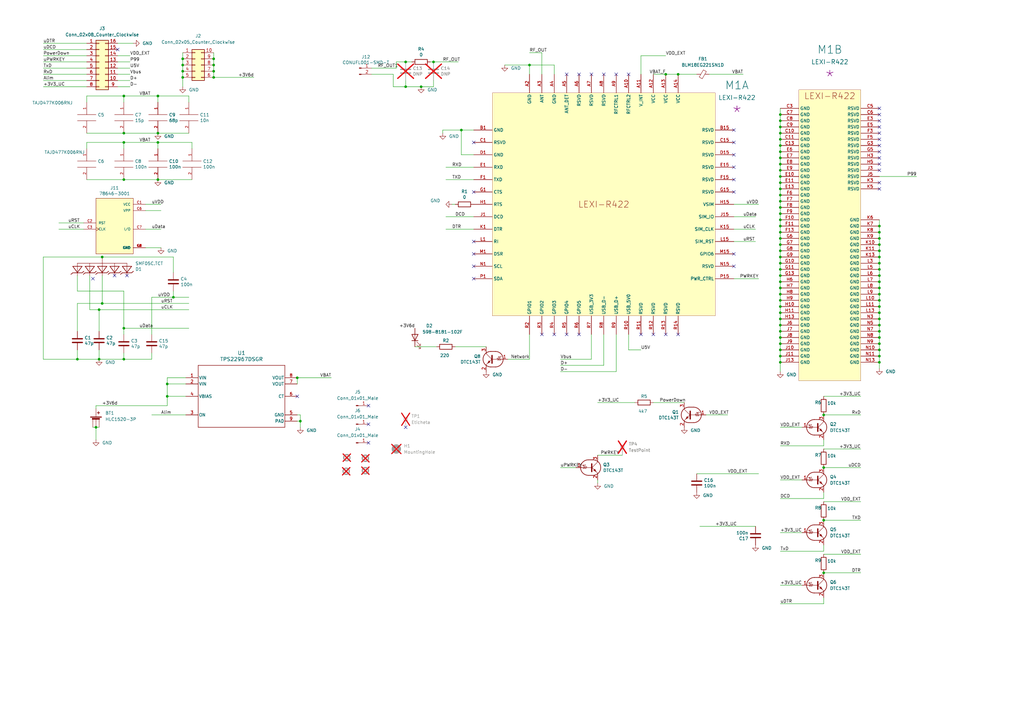
<source format=kicad_sch>
(kicad_sch (version 20231120) (generator "eeschema") (generator_version "8.0")
  (paper "A3")
  (title_block (title "Modem BG95") (rev "4.0") (company "Delta Electronics SRL"))
  (junction (at 320.04 69.85))
  (junction (at 87.63 26.67))
  (junction (at 320.04 123.19))
  (junction (at 68.58 162.56))
  (junction (at 74.93 24.13))
  (junction (at 320.04 87.63))
  (junction (at 320.04 90.17))
  (junction (at 360.68 130.81))
  (junction (at 166.37 25.4))
  (junction (at 64.77 58.42))
  (junction (at 320.04 146.05))
  (junction (at 337.82 234.95))
  (junction (at 121.92 154.94))
  (junction (at 273.05 30.48))
  (junction (at 360.68 107.95))
  (junction (at 360.68 100.33))
  (junction (at 41.91 124.46))
  (junction (at 189.23 53.34))
  (junction (at 320.04 140.97))
  (junction (at 320.04 100.33))
  (junction (at 320.04 130.81))
  (junction (at 320.04 135.89))
  (junction (at 50.8 147.32))
  (junction (at 360.68 128.27))
  (junction (at 74.93 29.21))
  (junction (at 68.58 157.48))
  (junction (at 64.77 73.66))
  (junction (at 320.04 46.99))
  (junction (at 360.68 95.25))
  (junction (at 320.04 64.77))
  (junction (at 360.68 140.97))
  (junction (at 320.04 82.55))
  (junction (at 50.8 54.61))
  (junction (at 360.68 113.03))
  (junction (at 123.19 172.72))
  (junction (at 320.04 49.53))
  (junction (at 71.12 121.92))
  (junction (at 41.91 105.41))
  (junction (at 320.04 105.41))
  (junction (at 360.68 102.87))
  (junction (at 320.04 54.61))
  (junction (at 50.8 58.42))
  (junction (at 360.68 148.59))
  (junction (at 337.82 170.18))
  (junction (at 177.8 25.4))
  (junction (at 320.04 118.11))
  (junction (at 50.8 73.66))
  (junction (at 337.82 191.77))
  (junction (at 320.04 85.09))
  (junction (at 360.68 125.73))
  (junction (at 320.04 57.15))
  (junction (at 74.93 31.75))
  (junction (at 320.04 128.27))
  (junction (at 31.75 147.32))
  (junction (at 320.04 115.57))
  (junction (at 320.04 97.79))
  (junction (at 360.68 110.49))
  (junction (at 172.72 35.56))
  (junction (at 217.17 26.67))
  (junction (at 360.68 135.89))
  (junction (at 320.04 80.01))
  (junction (at 320.04 92.71))
  (junction (at 360.68 118.11))
  (junction (at 87.63 29.21))
  (junction (at 360.68 133.35))
  (junction (at 278.13 30.48))
  (junction (at 87.63 24.13))
  (junction (at 320.04 95.25))
  (junction (at 360.68 115.57))
  (junction (at 320.04 133.35))
  (junction (at 360.68 120.65))
  (junction (at 320.04 59.69))
  (junction (at 320.04 125.73))
  (junction (at 320.04 120.65))
  (junction (at 50.8 39.37))
  (junction (at 360.68 123.19))
  (junction (at 50.8 134.62))
  (junction (at 39.37 175.26))
  (junction (at 337.82 213.36))
  (junction (at 64.77 39.37))
  (junction (at 64.77 54.61))
  (junction (at 320.04 113.03))
  (junction (at 40.64 147.32))
  (junction (at 320.04 62.23))
  (junction (at 360.68 97.79))
  (junction (at 360.68 92.71))
  (junction (at 360.68 143.51))
  (junction (at 320.04 52.07))
  (junction (at 320.04 143.51))
  (junction (at 320.04 77.47))
  (junction (at 320.04 148.59))
  (junction (at 320.04 72.39))
  (junction (at 166.37 35.56))
  (junction (at 40.64 127))
  (junction (at 360.68 146.05))
  (junction (at 320.04 102.87))
  (junction (at 360.68 138.43))
  (junction (at 320.04 74.93))
  (junction (at 74.93 26.67))
  (junction (at 320.04 67.31))
  (junction (at 360.68 105.41))
  (junction (at 320.04 138.43))
  (junction (at 87.63 31.75))
  (junction (at 320.04 110.49))
  (junction (at 320.04 107.95))
  (no_connect (at 151.13 181.61))
  (no_connect (at 52.07 113.03))
  (no_connect (at 300.99 58.42))
  (no_connect (at 194.31 78.74))
  (no_connect (at 360.68 67.31))
  (no_connect (at 151.13 166.37))
  (no_connect (at 262.89 137.16))
  (no_connect (at 48.26 20.32))
  (no_connect (at 222.25 137.16))
  (no_connect (at 252.73 30.48))
  (no_connect (at 194.31 104.14))
  (no_connect (at 300.99 63.5))
  (no_connect (at 360.68 54.61))
  (no_connect (at 237.49 30.48))
  (no_connect (at 121.92 162.56))
  (no_connect (at 360.68 49.53))
  (no_connect (at 194.31 58.42))
  (no_connect (at 242.57 30.48))
  (no_connect (at 300.99 73.66))
  (no_connect (at 273.05 137.16))
  (no_connect (at 360.68 44.45))
  (no_connect (at 166.37 175.26))
  (no_connect (at 360.68 77.47))
  (no_connect (at 46.99 113.03))
  (no_connect (at 300.99 68.58))
  (no_connect (at 257.81 30.48))
  (no_connect (at 360.68 62.23))
  (no_connect (at 300.99 104.14))
  (no_connect (at 232.41 30.48))
  (no_connect (at 278.13 137.16))
  (no_connect (at 300.99 109.22))
  (no_connect (at 360.68 57.15))
  (no_connect (at 360.68 74.93))
  (no_connect (at 267.97 137.16))
  (no_connect (at 360.68 69.85))
  (no_connect (at 38.1 114.3))
  (no_connect (at 194.31 109.22))
  (no_connect (at 227.33 137.16))
  (no_connect (at 300.99 53.34))
  (no_connect (at 360.68 64.77))
  (no_connect (at 247.65 30.48))
  (no_connect (at 360.68 46.99))
  (no_connect (at 360.68 52.07))
  (no_connect (at 194.31 99.06))
  (no_connect (at 360.68 59.69))
  (no_connect (at 237.49 137.16))
  (no_connect (at 300.99 78.74))
  (no_connect (at 194.31 114.3))
  (no_connect (at 232.41 137.16))
  (no_connect (at 151.13 173.99))
  (wire (pts (xy 189.23 53.34) (xy 194.31 53.34)))
  (wire (pts (xy 68.58 157.48) (xy 76.2 157.48)))
  (wire (pts (xy 320.04 115.57) (xy 320.04 118.11)))
  (wire (pts (xy 17.78 27.94) (xy 35.56 27.94)))
  (wire (pts (xy 36.83 113.03) (xy 36.83 127)))
  (wire (pts (xy 320.04 80.01) (xy 320.04 82.55)))
  (wire (pts (xy 48.26 35.56) (xy 53.34 35.56)))
  (wire (pts (xy 162.56 25.4) (xy 162.56 27.94)))
  (wire (pts (xy 360.68 113.03) (xy 360.68 115.57)))
  (wire (pts (xy 320.04 140.97) (xy 320.04 143.51)))
  (wire (pts (xy 229.87 152.4) (xy 252.73 152.4)))
  (wire (pts (xy 320.04 52.07) (xy 320.04 54.61)))
  (wire (pts (xy 320.04 146.05) (xy 320.04 148.59)))
  (wire (pts (xy 121.92 154.94) (xy 135.89 154.94)))
  (wire (pts (xy 172.72 35.56) (xy 177.8 35.56)))
  (wire (pts (xy 360.68 92.71) (xy 360.68 95.25)))
  (wire (pts (xy 245.11 196.85) (xy 245.11 198.12)))
  (wire (pts (xy 35.56 58.42) (xy 50.8 58.42)))
  (wire (pts (xy 68.58 157.48) (xy 68.58 154.94)))
  (wire (pts (xy 360.68 123.19) (xy 360.68 125.73)))
  (wire (pts (xy 320.04 64.77) (xy 320.04 67.31)))
  (wire (pts (xy 177.8 33.02) (xy 177.8 35.56)))
  (wire (pts (xy 337.82 213.36) (xy 353.06 213.36)))
  (wire (pts (xy 40.64 143.51) (xy 40.64 147.32)))
  (wire (pts (xy 320.04 247.65) (xy 337.82 247.65)))
  (wire (pts (xy 360.68 107.95) (xy 360.68 110.49)))
  (wire (pts (xy 50.8 39.37) (xy 64.77 39.37)))
  (wire (pts (xy 337.82 201.93) (xy 337.82 204.47)))
  (wire (pts (xy 229.87 149.86) (xy 247.65 149.86)))
  (wire (pts (xy 222.25 30.48) (xy 222.25 21.59)))
  (wire (pts (xy 31.75 147.32) (xy 40.64 147.32)))
  (wire (pts (xy 320.04 218.44) (xy 328.93 218.44)))
  (wire (pts (xy 300.99 99.06) (xy 309.88 99.06)))
  (wire (pts (xy 360.68 72.39) (xy 375.92 72.39)))
  (wire (pts (xy 337.82 223.52) (xy 337.82 226.06)))
  (wire (pts (xy 121.92 172.72) (xy 123.19 172.72)))
  (wire (pts (xy 17.78 147.32) (xy 31.75 147.32)))
  (wire (pts (xy 31.75 143.51) (xy 31.75 147.32)))
  (wire (pts (xy 194.31 93.98) (xy 182.88 93.98)))
  (wire (pts (xy 62.23 137.16) (xy 62.23 121.92)))
  (wire (pts (xy 161.29 35.56) (xy 166.37 35.56)))
  (wire (pts (xy 68.58 154.94) (xy 76.2 154.94)))
  (wire (pts (xy 87.63 24.13) (xy 87.63 26.67)))
  (wire (pts (xy 59.69 86.36) (xy 66.04 86.36)))
  (wire (pts (xy 257.81 137.16) (xy 257.81 143.51)))
  (wire (pts (xy 298.45 170.18) (xy 289.56 170.18)))
  (wire (pts (xy 337.82 184.15) (xy 353.06 184.15)))
  (wire (pts (xy 337.82 245.11) (xy 337.82 247.65)))
  (wire (pts (xy 320.04 226.06) (xy 337.82 226.06)))
  (wire (pts (xy 320.04 54.61) (xy 320.04 57.15)))
  (wire (pts (xy 40.64 127) (xy 77.47 127)))
  (wire (pts (xy 39.37 166.37) (xy 68.58 166.37)))
  (wire (pts (xy 320.04 130.81) (xy 320.04 133.35)))
  (wire (pts (xy 17.78 25.4) (xy 35.56 25.4)))
  (wire (pts (xy 50.8 41.91) (xy 50.8 39.37)))
  (wire (pts (xy 35.56 54.61) (xy 50.8 54.61)))
  (wire (pts (xy 181.61 53.34) (xy 189.23 53.34)))
  (wire (pts (xy 71.12 121.92) (xy 77.47 121.92)))
  (wire (pts (xy 337.82 180.34) (xy 337.82 182.88)))
  (wire (pts (xy 217.17 26.67) (xy 217.17 30.48)))
  (wire (pts (xy 48.26 22.86) (xy 53.34 22.86)))
  (wire (pts (xy 320.04 133.35) (xy 320.04 135.89)))
  (wire (pts (xy 320.04 128.27) (xy 320.04 130.81)))
  (wire (pts (xy 121.92 154.94) (xy 121.92 157.48)))
  (wire (pts (xy 39.37 180.34) (xy 39.37 175.26)))
  (wire (pts (xy 31.75 124.46) (xy 31.75 135.89)))
  (wire (pts (xy 290.83 30.48) (xy 304.8 30.48)))
  (wire (pts (xy 217.17 137.16) (xy 217.17 147.32)))
  (wire (pts (xy 123.19 175.26) (xy 123.19 172.72)))
  (wire (pts (xy 87.63 21.59) (xy 87.63 24.13)))
  (wire (pts (xy 320.04 46.99) (xy 320.04 49.53)))
  (wire (pts (xy 320.04 49.53) (xy 320.04 52.07)))
  (wire (pts (xy 320.04 44.45) (xy 320.04 46.99)))
  (wire (pts (xy 320.04 143.51) (xy 320.04 146.05)))
  (wire (pts (xy 185.42 83.82) (xy 186.69 83.82)))
  (wire (pts (xy 227.33 30.48) (xy 227.33 26.67)))
  (wire (pts (xy 360.68 130.81) (xy 360.68 133.35)))
  (wire (pts (xy 64.77 58.42) (xy 78.74 58.42)))
  (wire (pts (xy 77.47 39.37) (xy 77.47 41.91)))
  (wire (pts (xy 252.73 152.4) (xy 252.73 137.16)))
  (wire (pts (xy 320.04 182.88) (xy 337.82 182.88)))
  (wire (pts (xy 229.87 147.32) (xy 242.57 147.32)))
  (wire (pts (xy 320.04 148.59) (xy 320.04 152.4)))
  (wire (pts (xy 17.78 30.48) (xy 35.56 30.48)))
  (wire (pts (xy 280.67 165.1) (xy 267.97 165.1)))
  (wire (pts (xy 320.04 95.25) (xy 320.04 97.79)))
  (wire (pts (xy 76.2 170.18) (xy 62.23 170.18)))
  (wire (pts (xy 35.56 60.96) (xy 35.56 58.42)))
  (wire (pts (xy 59.69 93.98) (xy 66.04 93.98)))
  (wire (pts (xy 35.56 39.37) (xy 50.8 39.37)))
  (wire (pts (xy 35.56 73.66) (xy 50.8 73.66)))
  (wire (pts (xy 123.19 172.72) (xy 123.19 170.18)))
  (wire (pts (xy 320.04 97.79) (xy 320.04 100.33)))
  (wire (pts (xy 48.26 25.4) (xy 53.34 25.4)))
  (wire (pts (xy 217.17 26.67) (xy 207.01 26.67)))
  (wire (pts (xy 360.68 120.65) (xy 360.68 123.19)))
  (wire (pts (xy 194.31 88.9) (xy 182.88 88.9)))
  (wire (pts (xy 273.05 30.48) (xy 278.13 30.48)))
  (wire (pts (xy 189.23 53.34) (xy 189.23 63.5)))
  (wire (pts (xy 320.04 57.15) (xy 320.04 59.69)))
  (wire (pts (xy 50.8 134.62) (xy 77.47 134.62)))
  (wire (pts (xy 48.26 30.48) (xy 53.34 30.48)))
  (wire (pts (xy 320.04 100.33) (xy 320.04 102.87)))
  (wire (pts (xy 320.04 74.93) (xy 320.04 77.47)))
  (wire (pts (xy 217.17 21.59) (xy 222.25 21.59)))
  (wire (pts (xy 262.89 22.86) (xy 273.05 22.86)))
  (wire (pts (xy 300.99 93.98) (xy 309.88 93.98)))
  (wire (pts (xy 360.68 110.49) (xy 360.68 113.03)))
  (wire (pts (xy 267.97 30.48) (xy 273.05 30.48)))
  (wire (pts (xy 35.56 20.32) (xy 17.78 20.32)))
  (wire (pts (xy 123.19 170.18) (xy 121.92 170.18)))
  (wire (pts (xy 62.23 121.92) (xy 71.12 121.92)))
  (wire (pts (xy 320.04 85.09) (xy 320.04 87.63)))
  (wire (pts (xy 320.04 125.73) (xy 320.04 128.27)))
  (wire (pts (xy 320.04 138.43) (xy 320.04 140.97)))
  (wire (pts (xy 320.04 123.19) (xy 320.04 125.73)))
  (wire (pts (xy 360.68 115.57) (xy 360.68 118.11)))
  (wire (pts (xy 189.23 63.5) (xy 194.31 63.5)))
  (wire (pts (xy 257.81 143.51) (xy 262.89 143.51)))
  (wire (pts (xy 166.37 35.56) (xy 172.72 35.56)))
  (wire (pts (xy 64.77 41.91) (xy 64.77 39.37)))
  (wire (pts (xy 242.57 137.16) (xy 242.57 147.32)))
  (wire (pts (xy 41.91 113.03) (xy 41.91 124.46)))
  (wire (pts (xy 64.77 60.96) (xy 64.77 58.42)))
  (wire (pts (xy 39.37 175.26) (xy 40.64 175.26)))
  (wire (pts (xy 360.68 90.17) (xy 360.68 92.71)))
  (wire (pts (xy 17.78 147.32) (xy 17.78 105.41)))
  (wire (pts (xy 320.04 175.26) (xy 328.93 175.26)))
  (wire (pts (xy 87.63 29.21) (xy 87.63 31.75)))
  (wire (pts (xy 87.63 31.75) (xy 104.14 31.75)))
  (wire (pts (xy 177.8 25.4) (xy 187.96 25.4)))
  (wire (pts (xy 34.29 93.98) (xy 24.13 93.98)))
  (wire (pts (xy 236.22 191.77) (xy 229.87 191.77)))
  (wire (pts (xy 50.8 147.32) (xy 62.23 147.32)))
  (wire (pts (xy 40.64 127) (xy 40.64 135.89)))
  (wire (pts (xy 34.29 91.44) (xy 24.13 91.44)))
  (wire (pts (xy 285.75 194.31) (xy 311.15 194.31)))
  (wire (pts (xy 170.18 142.24) (xy 179.07 142.24)))
  (wire (pts (xy 360.68 148.59) (xy 360.68 151.13)))
  (wire (pts (xy 152.4 30.48) (xy 161.29 30.48)))
  (wire (pts (xy 50.8 60.96) (xy 50.8 58.42)))
  (wire (pts (xy 452.12 196.85) (xy 461.01 196.85)))
  (wire (pts (xy 360.68 143.51) (xy 360.68 146.05)))
  (wire (pts (xy 64.77 39.37) (xy 77.47 39.37)))
  (wire (pts (xy 320.04 67.31) (xy 320.04 69.85)))
  (wire (pts (xy 162.56 27.94) (xy 152.4 27.94)))
  (wire (pts (xy 360.68 128.27) (xy 360.68 130.81)))
  (wire (pts (xy 452.12 194.31) (xy 461.01 194.31)))
  (wire (pts (xy 320.04 77.47) (xy 320.04 80.01)))
  (wire (pts (xy 247.65 149.86) (xy 247.65 137.16)))
  (wire (pts (xy 320.04 196.85) (xy 328.93 196.85)))
  (wire (pts (xy 161.29 30.48) (xy 161.29 35.56)))
  (wire (pts (xy 360.68 105.41) (xy 360.68 107.95)))
  (wire (pts (xy 17.78 105.41) (xy 41.91 105.41)))
  (wire (pts (xy 166.37 25.4) (xy 168.91 25.4)))
  (wire (pts (xy 71.12 119.38) (xy 71.12 121.92)))
  (wire (pts (xy 320.04 110.49) (xy 320.04 113.03)))
  (wire (pts (xy 68.58 162.56) (xy 68.58 157.48)))
  (wire (pts (xy 320.04 107.95) (xy 320.04 110.49)))
  (wire (pts (xy 360.68 133.35) (xy 360.68 135.89)))
  (wire (pts (xy 31.75 119.38) (xy 50.8 119.38)))
  (wire (pts (xy 320.04 72.39) (xy 320.04 74.93)))
  (wire (pts (xy 360.68 95.25) (xy 360.68 97.79)))
  (wire (pts (xy 50.8 58.42) (xy 64.77 58.42)))
  (wire (pts (xy 311.15 114.3) (xy 300.99 114.3)))
  (wire (pts (xy 320.04 92.71) (xy 320.04 95.25)))
  (wire (pts (xy 300.99 83.82) (xy 311.15 83.82)))
  (wire (pts (xy 227.33 26.67) (xy 217.17 26.67)))
  (wire (pts (xy 64.77 73.66) (xy 78.74 73.66)))
  (wire (pts (xy 278.13 30.48) (xy 285.75 30.48)))
  (wire (pts (xy 360.68 118.11) (xy 360.68 120.65)))
  (wire (pts (xy 166.37 25.4) (xy 162.56 25.4)))
  (wire (pts (xy 320.04 105.41) (xy 320.04 107.95)))
  (wire (pts (xy 337.82 234.95) (xy 353.06 234.95)))
  (wire (pts (xy 360.68 138.43) (xy 360.68 140.97)))
  (wire (pts (xy 78.74 58.42) (xy 78.74 60.96)))
  (wire (pts (xy 50.8 54.61) (xy 64.77 54.61)))
  (wire (pts (xy 40.64 127) (xy 36.83 127)))
  (wire (pts (xy 245.11 165.1) (xy 260.35 165.1)))
  (wire (pts (xy 320.04 82.55) (xy 320.04 85.09)))
  (wire (pts (xy 320.04 113.03) (xy 320.04 115.57)))
  (wire (pts (xy 62.23 147.32) (xy 62.23 144.78)))
  (wire (pts (xy 320.04 102.87) (xy 320.04 105.41)))
  (wire (pts (xy 77.47 124.46) (xy 41.91 124.46)))
  (wire (pts (xy 59.69 101.6) (xy 66.04 101.6)))
  (wire (pts (xy 176.53 25.4) (xy 177.8 25.4)))
  (wire (pts (xy 48.26 17.78) (xy 54.61 17.78)))
  (wire (pts (xy 74.93 21.59) (xy 74.93 24.13)))
  (wire (pts (xy 320.04 120.65) (xy 320.04 123.19)))
  (wire (pts (xy 48.26 33.02) (xy 53.34 33.02)))
  (wire (pts (xy 48.26 27.94) (xy 53.34 27.94)))
  (wire (pts (xy 74.93 31.75) (xy 74.93 35.56)))
  (wire (pts (xy 59.69 83.82) (xy 66.04 83.82)))
  (wire (pts (xy 50.8 73.66) (xy 64.77 73.66)))
  (wire (pts (xy 74.93 24.13) (xy 74.93 26.67)))
  (wire (pts (xy 74.93 29.21) (xy 74.93 31.75)))
  (wire (pts (xy 194.31 68.58) (xy 182.88 68.58)))
  (wire (pts (xy 87.63 26.67) (xy 87.63 29.21)))
  (wire (pts (xy 245.11 186.69) (xy 255.27 186.69)))
  (wire (pts (xy 181.61 54.61) (xy 181.61 53.34)))
  (wire (pts (xy 337.82 191.77) (xy 353.06 191.77)))
  (wire (pts (xy 41.91 124.46) (xy 31.75 124.46)))
  (wire (pts (xy 41.91 105.41) (xy 71.12 105.41)))
  (wire (pts (xy 337.82 162.56) (xy 353.06 162.56)))
  (wire (pts (xy 194.31 73.66) (xy 182.88 73.66)))
  (wire (pts (xy 64.77 54.61) (xy 77.47 54.61)))
  (wire (pts (xy 320.04 62.23) (xy 320.04 64.77)))
  (wire (pts (xy 360.68 102.87) (xy 360.68 105.41)))
  (wire (pts (xy 68.58 162.56) (xy 76.2 162.56)))
  (wire (pts (xy 360.68 140.97) (xy 360.68 143.51)))
  (wire (pts (xy 320.04 87.63) (xy 320.04 90.17)))
  (wire (pts (xy 17.78 22.86) (xy 35.56 22.86)))
  (wire (pts (xy 320.04 90.17) (xy 320.04 92.71)))
  (wire (pts (xy 199.39 142.24) (xy 186.69 142.24)))
  (wire (pts (xy 217.17 147.32) (xy 208.28 147.32)))
  (wire (pts (xy 31.75 113.03) (xy 31.75 119.38)))
  (wire (pts (xy 50.8 119.38) (xy 50.8 134.62)))
  (wire (pts (xy 360.68 146.05) (xy 360.68 148.59)))
  (wire (pts (xy 337.82 170.18) (xy 353.06 170.18)))
  (wire (pts (xy 262.89 30.48) (xy 262.89 22.86)))
  (wire (pts (xy 360.68 135.89) (xy 360.68 138.43)))
  (wire (pts (xy 360.68 125.73) (xy 360.68 128.27)))
  (wire (pts (xy 40.64 147.32) (xy 50.8 147.32)))
  (wire (pts (xy 71.12 105.41) (xy 71.12 111.76)))
  (wire (pts (xy 360.68 97.79) (xy 360.68 100.33)))
  (wire (pts (xy 166.37 35.56) (xy 166.37 33.02)))
  (wire (pts (xy 50.8 144.78) (xy 50.8 147.32)))
  (wire (pts (xy 320.04 204.47) (xy 337.82 204.47)))
  (wire (pts (xy 38.1 175.26) (xy 39.37 175.26)))
  (wire (pts (xy 320.04 59.69) (xy 320.04 62.23)))
  (wire (pts (xy 68.58 166.37) (xy 68.58 162.56)))
  (wire (pts (xy 17.78 33.02) (xy 35.56 33.02)))
  (wire (pts (xy 360.68 100.33) (xy 360.68 102.87)))
  (wire (pts (xy 337.82 205.74) (xy 353.06 205.74)))
  (wire (pts (xy 320.04 240.03) (xy 328.93 240.03)))
  (wire (pts (xy 39.37 166.37) (xy 39.37 167.64)))
  (wire (pts (xy 50.8 134.62) (xy 50.8 137.16)))
  (wire (pts (xy 320.04 118.11) (xy 320.04 120.65)))
  (wire (pts (xy 300.99 88.9) (xy 309.88 88.9)))
  (wire (pts (xy 287.02 215.9) (xy 309.88 215.9)))
  (wire (pts (xy 320.04 135.89) (xy 320.04 138.43)))
  (wire (pts (xy 35.56 41.91) (xy 35.56 39.37)))
  (wire (pts (xy 74.93 26.67) (xy 74.93 29.21)))
  (wire (pts (xy 35.56 35.56) (xy 17.78 35.56)))
  (wire (pts (xy 35.56 17.78) (xy 17.78 17.78)))
  (wire (pts (xy 337.82 227.33) (xy 353.06 227.33)))
  (wire (pts (xy 320.04 69.85) (xy 320.04 72.39)))
  (label "uDTR" (at 320.04 247.65 0))
  (label "uDCD" (at 17.78 20.32 0))
  (label "VBAT" (at 57.15 39.37 0))
  (label "D+" (at 53.34 33.02 0))
  (label "RxD" (at 353.06 170.18 180))
  (label "+3V6d" (at 104.14 31.75 180))
  (label "VDD_EXT" (at 298.45 194.31 0))
  (label "U5V" (at 262.89 143.51 0))
  (label "TXD" (at 185.42 73.66 0))
  (label "+3V3_UC" (at 293.37 215.9 0))
  (label "RF_OUT" (at 217.17 21.59 0))
  (label "PWRKEY" (at 254 186.69 180))
  (label "uData" (at 62.23 93.98 0))
  (label "PowerDown" (at 270.51 165.1 0))
  (label "TXD" (at 353.06 213.36 180))
  (label "uVDD" (at 62.23 83.82 0))
  (label "uVDD" (at 306.07 83.82 0))
  (label "+3V3_UC" (at 320.04 240.03 0))
  (label "VBAT" (at 304.8 30.48 180))
  (label "T" (at 452.12 196.85 0))
  (label "D-" (at 53.34 35.56 0))
  (label "VDD_EXT" (at 353.06 205.74 180))
  (label "PWRKEY" (at 311.15 114.3 180))
  (label "VBAT" (at 57.15 58.42 0))
  (label "uRST" (at 304.8 99.06 0))
  (label "Vbus" (at 229.87 147.32 0))
  (label "VDD_EXT" (at 320.04 175.26 0))
  (label "+3V3_UC" (at 353.06 184.15 180))
  (label "Alim" (at 66.04 170.18 0))
  (label "+3V3_UC" (at 17.78 35.56 0))
  (label "Alim" (at 17.78 33.02 0))
  (label "DCD" (at 186.69 88.9 0))
  (label "D+" (at 229.87 149.86 0))
  (label "Vbus" (at 53.34 30.48 0))
  (label "U5V" (at 53.34 27.94 0))
  (label "TxD" (at 320.04 226.06 0))
  (label "DTR" (at 353.06 234.95 180))
  (label "VDD_EXT" (at 320.04 196.85 0))
  (label "DCD" (at 320.04 204.47 0))
  (label "uPWRKEY" (at 17.78 25.4 0))
  (label "R" (at 452.12 194.31 0))
  (label "+3V3_UC" (at 245.11 165.1 0))
  (label "RXD" (at 185.42 68.58 0))
  (label "VBAT" (at 135.89 154.94 180))
  (label "uCLK" (at 27.94 93.98 0))
  (label "RxD" (at 17.78 30.48 0))
  (label "RF_OUT1" (at 154.94 27.94 0))
  (label "VDD_EXT" (at 353.06 227.33 180))
  (label "Network" (at 209.55 147.32 0))
  (label "uVDD" (at 64.77 121.92 0))
  (label "+3V3_UC" (at 353.06 162.56 180))
  (label "RXD" (at 320.04 182.88 0))
  (label "DTR" (at 185.42 93.98 0))
  (label "uRST" (at 27.94 91.44 0))
  (label "PowerDown" (at 17.78 22.86 0))
  (label "uPWRKEY" (at 229.87 191.77 0))
  (label "+3V6d" (at 48.26 166.37 180))
  (label "VBAT_F" (at 273.05 30.48 180))
  (label "uRST" (at 66.04 124.46 0))
  (label "uCLK" (at 304.8 93.98 0))
  (label "+3V6d" (at 170.18 134.62 180))
  (label "VDD_EXT" (at 273.05 22.86 0))
  (label "D-" (at 229.87 152.4 0))
  (label "uDCD" (at 353.06 191.77 180))
  (label "VDD_EXT" (at 53.34 22.86 0))
  (label "uData" (at 57.15 134.62 0))
  (label "VDD_EXT" (at 290.83 170.18 0))
  (label "RF_OUT" (at 181.61 25.4 0))
  (label "TxD" (at 17.78 27.94 0))
  (label "uData" (at 304.8 88.9 0))
  (label "uDTR" (at 17.78 17.78 0))
  (label "P99" (at 53.34 25.4 0))
  (label "uCLK" (at 66.04 127 0))
  (label "P99" (at 375.92 72.39 180))
  (label "+3V3_UC" (at 320.04 218.44 0))
  (symbol (lib_id "Transistor_BJT:DTC143T") (at 201.93 147.32 0) (mirror y) (unit 1)
    (property "Reference" "Q8" (at 197.1548 146.1516 0) (effects (justify left)))
    (property "Value" "DTC143T" (at 197.1548 148.463 0) (effects (justify left)))
    (property "Footprint" "Package_TO_SOT_SMD:SOT-23" (effects (hide yes)))
    (property "VTPN" "4500-00010-00" (effects (hide yes)))
  )
  (symbol (lib_id "SMF05C:SMF05C") (at 44.45 110.49 180) (unit 1)
    (property "Reference" "D1" (at 55.4736 110.3884 0) (effects (justify right)))
    (property "Value" "SMF05C.TCT" (at 55.4736 108.077 0) (effects (justify right)))
    (property "Footprint" "Diode_SMD:SC70-6" (effects (hide yes)))
    (property "VTPN" "4724-00010-00" (effects (hide yes)))
  )
  (symbol (lib_id "Device:C") (at 31.75 139.7 0) (unit 1)
    (property "Reference" "C1" (at 34.671 138.5316 0) (effects (justify left)))
    (property "Value" "47p" (at 34.671 140.843 0) (effects (justify left)))
    (property "Footprint" "Capacitor_SMD:C_0603_1608Metric" (effects (hide yes)))
    (property "VTPN" "4106-00080-00" (effects (hide yes)))
  )
  (symbol (lib_id "Device:C") (at 40.64 139.7 0) (unit 1)
    (property "Reference" "C2" (at 43.561 138.5316 0) (effects (justify left)))
    (property "Value" "47p" (at 43.561 140.843 0) (effects (justify left)))
    (property "Footprint" "Capacitor_SMD:C_0603_1608Metric" (effects (hide yes)))
    (property "VTPN" "4106-00080-00" (effects (hide yes)))
  )
  (symbol (lib_id "Device:C") (at 50.8 140.97 0) (unit 1)
    (property "Reference" "C3" (at 53.721 139.8016 0) (effects (justify left)))
    (property "Value" "47p" (at 53.721 142.113 0) (effects (justify left)))
    (property "Footprint" "Capacitor_SMD:C_0603_1608Metric" (effects (hide yes)))
    (property "VTPN" "4106-00080-00" (effects (hide yes)))
  )
  (symbol (lib_id "Device:C") (at 71.12 115.57 0) (unit 1)
    (property "Reference" "C4" (at 74.041 114.4016 0) (effects (justify left)))
    (property "Value" "100n" (at 74.041 116.713 0) (effects (justify left)))
    (property "Footprint" "Capacitor_SMD:C_0603_1608Metric" (effects (hide yes)))
    (property "VTPN" "4106-00020-00" (effects (hide yes)))
  )
  (symbol (lib_id "pspice:CAP") (at 35.56 48.26 0) (unit 1)
    (property "Reference" "C5" (at 40.0812 47.0916 0) (effects (justify left)))
    (property "Value" "TAJD477K006RNJ" (at 13.208 42.164 0) (effects (justify left)))
    (property "Footprint" "Capacitor_Tantalum_SMD:CP_EIA-7361-38_AVX-V_Pad2.18x3.30mm_HandSolder" (effects (hide yes)))
    (property "VTPN" "4128-00100-00" (effects (hide yes)))
  )
  (symbol (lib_id "pspice:CAP") (at 50.8 48.26 0) (unit 1)
    (property "Reference" "C7" (at 55.3212 47.0916 0) (effects (justify left)))
    (property "Value" "15p" (at 55.3212 49.403 0) (effects (justify left)))
    (property "Footprint" "Capacitor_SMD:C_0603_1608Metric" (effects (hide yes)))
    (property "VTPN" "4106-00070-00" (effects (hide yes)))
  )
  (symbol (lib_id "pspice:CAP") (at 64.77 48.26 0) (unit 1)
    (property "Reference" "C9" (at 69.2912 47.0916 0) (effects (justify left)))
    (property "Value" "68p" (at 69.2912 49.403 0) (effects (justify left)))
    (property "Footprint" "Capacitor_SMD:C_0603_1608Metric" (effects (hide yes)))
    (property "VTPN" "4106-00060-00" (effects (hide yes)))
  )
  (symbol (lib_id "pspice:CAP") (at 77.47 48.26 0) (unit 1)
    (property "Reference" "C11" (at 81.9912 47.0916 0) (effects (justify left)))
    (property "Value" "10n" (at 81.9912 49.403 0) (effects (justify left)))
    (property "Footprint" "Capacitor_SMD:C_0603_1608Metric" (effects (hide yes)))
    (property "VTPN" "4106-00015-00" (effects (hide yes)))
  )
  (symbol (lib_id "pspice:CAP") (at 35.56 67.31 0) (unit 1)
    (property "Reference" "C6" (at 40.0812 66.1416 0) (effects (justify left)))
    (property "Value" "TAJD477K006RNJ" (at 18.1864 62.4332 0) (effects (justify left)))
    (property "Footprint" "Capacitor_Tantalum_SMD:CP_EIA-7361-38_AVX-V_Pad2.18x3.30mm_HandSolder" (effects (hide yes)))
    (property "VTPN" "4128-00100-00" (effects (hide yes)))
  )
  (symbol (lib_id "pspice:CAP") (at 50.8 67.31 0) (unit 1)
    (property "Reference" "C8" (at 55.3212 66.1416 0) (effects (justify left)))
    (property "Value" "100n" (at 55.3212 68.453 0) (effects (justify left)))
    (property "Footprint" "Capacitor_SMD:C_0603_1608Metric" (effects (hide yes)))
    (property "VTPN" "4106-00020-00" (effects (hide yes)))
  )
  (symbol (lib_id "pspice:CAP") (at 64.77 67.31 0) (unit 1)
    (property "Reference" "C10" (at 69.2912 66.1416 0) (effects (justify left)))
    (property "Value" "100n" (at 69.2912 68.453 0) (effects (justify left)))
    (property "Footprint" "Capacitor_SMD:C_0603_1608Metric" (effects (hide yes)))
    (property "VTPN" "4106-00020-00" (effects (hide yes)))
  )
  (symbol (lib_id "pspice:CAP") (at 78.74 67.31 0) (unit 1)
    (property "Reference" "C12" (at 83.2612 66.1416 0) (effects (justify left)))
    (property "Value" "100n" (at 83.2612 68.453 0) (effects (justify left)))
    (property "Footprint" "Capacitor_SMD:C_0603_1608Metric" (effects (hide yes)))
    (property "VTPN" "4106-00020-00" (effects (hide yes)))
  )
  (symbol (lib_id "Connector:Conn_01x02_Male") (at 147.32 27.94 0) (unit 1)
    (property "Reference" "J12" (at 150.0632 23.3426 0))
    (property "Value" "CONUFL001-SMD-T" (at 150.0632 25.654 0))
    (property "Footprint" "Connector_Coaxial:U.FL_Molex_MCRF_73412-0110_Vertical" (effects (hide yes)))
    (property "VTPN" "4416-00010-00" (effects (hide yes)))
  )
  (symbol (lib_id "SimSocketMolex:78646-3001") (at 46.99 91.44 0) (unit 1)
    (property "Reference" "J11" (at 46.99 77.089 0))
    (property "Value" "78646-3001" (at 46.99 79.4004 0))
    (property "Footprint" "Connector_Molex:MOLEX_78646-3001" (effects (hide yes)))
    (property "DESCRIPTION" "Conn Micro SIM Card SKT 6 POS 2.54mm Solder RA SMD 0.5A/Contact Embossed T/R" (effects (hide yes)))
    (property "PACKAGE" "None" (effects (hide yes)))
    (property "MF" "Molex" (effects (hide yes)))
    (property "DIGI-KEY_PART_NUMBER" "WM9364CT-ND" (effects (hide yes)))
    (property "DIGI-KEY_PURCHASE_URL" "https://www.digikey.in/product-detail/en/molex/0786463001/WM9364CT-ND/3770350?utm_source=snapeda&utm_medium=aggregator&utm_campaign=symbol" (effects (hide yes)))
    (property "MP" "78646-3001" (effects (hide yes)))
    (property "VTPN" "4414-00020-00" (effects (hide yes)))
  )
  (symbol (lib_id "Device:C") (at 62.23 140.97 0) (unit 1)
    (property "Reference" "C15" (at 65.151 139.8016 0) (effects (justify left)))
    (property "Value" "47p" (at 65.151 142.113 0) (effects (justify left)))
    (property "Footprint" "Capacitor_SMD:C_0603_1608Metric" (effects (hide yes)))
    (property "VTPN" "4106-00080-00" (effects (hide yes)))
  )
  (symbol (lib_id "Regulator_SwitchedCapacitor:TPS22967DSGR") (at 99.06 162.56 0) (unit 1)
    (property "Reference" "U1" (at 99.06 144.78 0) (effects (font (size 1.524 1.524))))
    (property "Value" "TPS22967DSGR" (at 99.06 147.32 0) (effects (font (size 1.524 1.524))))
    (property "Footprint" "Package_SON:WSON-8-1EP_2x2mm_P0.5mm_EP0.9x1.6mm_ThermalVias" (effects (hide yes)))
    (property "Datasheet" "TPS22967DSGR" (effects (hide yes)))
    (property "VTPN" "4702-01010-00" (effects (hide yes)))
  )
  (symbol (lib_id "Transistor_BJT:DTC143T") (at 335.28 175.26 0) (unit 1)
    (property "Reference" "Q2" (at 340.36 173.9899 0) (effects (justify left)))
    (property "Value" "DTC143T" (at 340.36 176.5299 0) (effects (justify left)))
    (property "Footprint" "Package_TO_SOT_SMD:SOT-23" (effects (hide yes)))
    (property "Description" "Digital NPN Transistor, 4k7/NONE, SOT-23" (effects (hide yes)))
    (property "VTPN" "4500-00010-00" (effects (hide yes)))
  )
  (symbol (lib_id "Device:LED") (at 170.18 138.43 90) (unit 1)
    (property "Reference" "D2" (at 174.752 133.604 90) (effects (justify right)))
    (property "Value" "598-8181-102F" (at 173.228 136.144 90) (effects (justify right)))
    (property "Footprint" "LED_SMD:LED_0805_2012Metric" (effects (hide yes)))
    (property "Description" "Light emitting diode" (effects (hide yes)))
    (property "VTPN" "4752-01010-00" (effects (hide yes)))
  )
  (symbol (lib_id "Device:R") (at 190.5 83.82 90) (unit 1)
    (property "Reference" "R1" (at 190.5 78.5622 90))
    (property "Value" "0" (at 190.5 80.8736 90))
    (property "Footprint" "Resistor_SMD:R_0603_1608Metric" (effects (hide yes)))
    (property "VTPN" "4006-00001-00" (effects (hide yes)))
  )
  (symbol (lib_id "power:GND") (at 309.88 223.52 0) (mirror y) (unit 1)
    (property "Reference" "#PWR020" (effects (hide yes)))
    (property "Value" "GND" (at 312.42 224.7899 0) (effects (justify right)))
  )
  (symbol (lib_id "Device:R") (at 182.88 142.24 90) (unit 1)
    (property "Reference" "R2" (at 182.88 139.7 90))
    (property "Value" "220" (at 182.372 145.796 90))
    (property "Footprint" "Resistor_SMD:R_0603_1608Metric" (effects (hide yes)))
    (property "VTPN" "4006-00020-00" (effects (hide yes)))
  )
  (symbol (lib_id "Transistor_BJT:DTC143T") (at 335.28 240.03 0) (unit 1)
    (property "Reference" "Q6" (at 340.36 238.7599 0) (effects (justify left)))
    (property "Value" "DTC143T" (at 340.36 241.2999 0) (effects (justify left)))
    (property "Footprint" "Package_TO_SOT_SMD:SOT-23" (effects (hide yes)))
    (property "Description" "Digital NPN Transistor, 4k7/NONE, SOT-23" (effects (hide yes)))
    (property "VTPN" "4500-00010-00" (effects (hide yes)))
  )
  (symbol (lib_id "Lexi:LEXI-R422") (at 327.66 36.83 0) (unit 2)
    (property "Reference" "M1" (at 340.36 20.32 0) (effects (font (size 3.2766 3.2766))))
    (property "Value" "LEXI-R422" (at 340.36 25.4 0) (effects (font (size 1.8288 1.8288))))
    (property "Footprint" "ublox:LEXI" (effects (hide yes)))
    (property "Description" "u-blox LEXI-R422 modules, a complete and cost-efficient solution offering multi-band LTE-M / NB-IoT / EGPRS data transmissions for low power wide area solutions in the ultra-compact LEXI form factor." (effects (hide yes)))
    (property "Manufacturer P/N" "*" (at 340.36 31.75 0) (effects (font (size 5.4864 5.4864))))
    (property "VTPN" "4716-00020-00" (effects (hide yes)))
  )
  (symbol (lib_id "power:GND") (at 172.72 35.56 0) (mirror y) (unit 1)
    (property "Reference" "#PWR010" (effects (hide yes)))
    (property "Value" "GND" (at 175.26 36.8299 0) (effects (justify right)))
  )
  (symbol (lib_id "power:GND") (at 40.64 147.32 0) (mirror y) (unit 1)
    (property "Reference" "#PWR08" (effects (hide yes)))
    (property "Value" "GND" (at 43.18 148.5899 0) (effects (justify right)))
  )
  (symbol (lib_id "Device:FerriteBead_Small") (at 288.29 30.48 90) (unit 1)
    (property "Reference" "FB1" (at 288.2519 24.13 90))
    (property "Value" "BLM18EG221SN1D" (at 288.2519 26.67 90))
    (property "Footprint" "Inductor_SMD:L_Walsin_WLFM201209x" (effects (hide yes)))
    (property "Description" "Ferrite bead, small symbol" (effects (hide yes)))
    (property "VTPN" "4300-01010-00" (effects (hide yes)))
  )
  (symbol (lib_id "power:GND") (at 207.01 26.67 0) (mirror y) (unit 1)
    (property "Reference" "#PWR06" (effects (hide yes)))
    (property "Value" "GND" (at 209.55 27.9399 0) (effects (justify right)))
  )
  (symbol (lib_id "Mechanical:Fiducial") (at 149.86 193.04 0) (unit 1) (dnp yes)
    (property "Reference" "FID4" (effects (hide yes)))
    (property "Value" "Fiducial" (effects (hide yes)))
    (property "Footprint" "Fiducial:Fiducial_1mm_Mask2mm" (effects (hide yes)))
    (property "VTPN" "4000-00000-00" (effects (hide yes)))
  )
  (symbol (lib_id "Device:R") (at 172.72 25.4 90) (unit 1)
    (property "Reference" "R4" (at 172.72 20.1422 90))
    (property "Value" "0" (at 172.72 22.4536 90))
    (property "Footprint" "Resistor_SMD:R_0603_1608Metric" (effects (hide yes)))
    (property "VTPN" "4006-00001-00" (effects (hide yes)))
  )
  (symbol (lib_id "Connector:Conn_01x01_Male") (at 146.05 173.99 0) (unit 1)
    (property "Reference" "J6" (at 146.685 168.402 0))
    (property "Value" "Conn_01x01_Male" (at 146.685 170.942 0))
    (property "Footprint" "TestPoint:TestPoint_Pad_5.1x5.1mm" (effects (hide yes)))
    (property "VTPN" "4753-00010-00" (effects (hide yes)))
  )
  (symbol (lib_id "Device:C") (at 285.75 198.12 0) (unit 1)
    (property "Reference" "C16" (at 288.671 196.9516 0) (effects (justify left)))
    (property "Value" "100n" (at 288.671 199.263 0) (effects (justify left)))
    (property "Footprint" "Capacitor_SMD:C_0603_1608Metric" (effects (hide yes)))
    (property "VTPN" "4106-00020-00" (effects (hide yes)))
  )
  (symbol (lib_id "power:GND") (at 285.75 201.93 0) (mirror y) (unit 1)
    (property "Reference" "#PWR019" (effects (hide yes)))
    (property "Value" "GND" (at 288.29 203.1999 0) (effects (justify right)))
  )
  (symbol (lib_id "Transistor_BJT:DTC143T") (at 242.57 191.77 0) (unit 1)
    (property "Reference" "Q3" (at 247.3452 190.6016 0) (effects (justify left)))
    (property "Value" "DTC143T" (at 247.3452 192.913 0) (effects (justify left)))
    (property "Footprint" "Package_TO_SOT_SMD:SOT-23" (effects (hide yes)))
    (property "VTPN" "4500-00010-00" (effects (hide yes)))
  )
  (symbol (lib_id "Mechanical:Fiducial") (at 141.986 193.294 0) (unit 1) (dnp yes)
    (property "Reference" "FID1" (effects (hide yes)))
    (property "Value" "Fiducial" (effects (hide yes)))
    (property "Footprint" "Fiducial:Fiducial_1mm_Mask2mm" (effects (hide yes)))
    (property "VTPN" "4000-00000-00" (effects (hide yes)))
  )
  (symbol (lib_id "Device:C") (at 309.88 219.71 180) (unit 1)
    (property "Reference" "C17" (at 306.959 220.8784 0) (effects (justify left)))
    (property "Value" "100n" (at 306.959 218.567 0) (effects (justify left)))
    (property "Footprint" "Capacitor_SMD:C_0603_1608Metric" (effects (hide yes)))
    (property "VTPN" "4106-00020-00" (effects (hide yes)))
  )
  (symbol (lib_id "Mechanical:Fiducial") (at 142.24 187.706 0) (unit 1) (dnp yes)
    (property "Reference" "FID2" (effects (hide yes)))
    (property "Value" "Fiducial" (effects (hide yes)))
    (property "Footprint" "Fiducial:Fiducial_1mm_Mask2mm" (effects (hide yes)))
    (property "VTPN" "4000-00000-00" (effects (hide yes)))
  )
  (symbol (lib_id "Lexi:LEXI-R422") (at 201.93 38.1 0) (unit 1)
    (property "Reference" "M1" (at 302.26 34.9564 0) (effects (font (size 3.2766 3.2766))))
    (property "Value" "LEXI-R422" (at 302.26 40.0364 0) (effects (font (size 1.8288 1.8288))))
    (property "Footprint" "ublox:LEXI" (effects (hide yes)))
    (property "Description" "u-blox LEXI-R422 modules, a complete and cost-efficient solution offering multi-band LTE-M / NB-IoT / EGPRS data transmissions for low power wide area solutions in the ultra-compact LEXI form factor." (effects (hide yes)))
    (property "Manufacturer P/N" "*" (at 302.26 46.3865 0) (effects (font (size 5.4864 5.4864))))
    (property "VTPN" "4716-00020-00" (effects (hide yes)))
  )
  (symbol (lib_id "power:GND") (at 181.61 54.61 0) (mirror y) (unit 1)
    (property "Reference" "#PWR05" (effects (hide yes)))
    (property "Value" "GND" (at 184.15 55.8799 0) (effects (justify right)))
  )
  (symbol (lib_id "power:GND") (at 54.61 17.78 90) (mirror x) (unit 1)
    (property "Reference" "#PWR02" (effects (hide yes)))
    (property "Value" "GND" (at 58.42 17.7799 90) (effects (justify right)))
  )
  (symbol (lib_id "Transistor_BJT:DTC143T") (at 335.28 218.44 0) (unit 1)
    (property "Reference" "Q5" (at 340.36 217.1699 0) (effects (justify left)))
    (property "Value" "DTC143T" (at 340.36 219.7099 0) (effects (justify left)))
    (property "Footprint" "Package_TO_SOT_SMD:SOT-23" (effects (hide yes)))
    (property "Description" "Digital NPN Transistor, 4k7/NONE, SOT-23" (effects (hide yes)))
    (property "VTPN" "4500-00010-00" (effects (hide yes)))
  )
  (symbol (lib_id "power:GND") (at 64.77 73.66 0) (mirror y) (unit 1)
    (property "Reference" "#PWR015" (effects (hide yes)))
    (property "Value" "GND" (at 67.31 74.9299 0) (effects (justify right)))
  )
  (symbol (lib_id "Connector_Generic:Conn_02x05_Counter_Clockwise") (at 80.01 26.67 0) (unit 1)
    (property "Reference" "J2" (at 81.28 14.732 0))
    (property "Value" "Conn_02x05_Counter_Clockwise" (at 81.28 17.272 0))
    (property "Footprint" "Connector_PinHeader_2.54mm:PinHeader_2x05_P2.54mm_Vertical_SMD_MOD" (effects (hide yes)))
    (property "VTPN" "4402-00020-00" (effects (hide yes)))
  )
  (symbol (lib_id "Connector:Conn_01x01_Male") (at 146.05 181.61 0) (unit 1)
    (property "Reference" "J4" (at 146.685 176.022 0))
    (property "Value" "Conn_01x01_Male" (at 146.685 178.562 0))
    (property "Footprint" "TestPoint:TestPoint_Pad_5.1x5.1mm" (effects (hide yes)))
    (property "VTPN" "4753-00010-00" (effects (hide yes)))
  )
  (symbol (lib_id "Device:C") (at 166.37 29.21 0) (unit 1) (dnp yes)
    (property "Reference" "C13" (at 169.291 28.0416 0) (effects (justify left)))
    (property "Value" "DNP" (at 169.291 30.353 0) (effects (justify left)))
    (property "Footprint" "Capacitor_SMD:C_0603_1608Metric" (effects (hide yes)))
    (property "VTPN" "4106-00000-00" (effects (hide yes)))
  )
  (symbol (lib_id "power:GND") (at 320.04 152.4 0) (mirror y) (unit 1)
    (property "Reference" "#PWR03" (effects (hide yes)))
    (property "Value" "GND" (at 322.58 153.6699 0) (effects (justify right)))
  )
  (symbol (lib_id "Mechanical:MountingHole") (at 162.56 184.15 0) (unit 1) (dnp yes)
    (property "Reference" "H1" (at 165.608 182.8799 0) (effects (justify left)))
    (property "Value" "MountingHole" (at 165.608 185.4199 0) (effects (justify left)))
    (property "Footprint" "MountingHole:MountingHole_2.5mm  Simpla" (effects (hide yes)))
    (property "VTPN" "4000-00000-00" (effects (hide yes)))
  )
  (symbol (lib_id "Connector:TestPoint") (at 255.27 186.69 0) (unit 1) (dnp yes)
    (property "Reference" "TP4" (at 257.81 182.1179 0) (effects (justify left)))
    (property "Value" "TestPoint" (at 257.81 184.6579 0) (effects (justify left)))
    (property "Footprint" "TestPoint:TestPoint_Pad_D1.5mm" (effects (hide yes)))
    (property "Description" "test point" (effects (hide yes)))
    (property "VTPN" "4000-00000-00" (effects (hide yes)))
  )
  (symbol (lib_id "power:GND") (at 185.42 83.82 270) (mirror x) (unit 1)
    (property "Reference" "#PWR017" (effects (hide yes)))
    (property "Value" "GND" (at 180.594 82.296 90) (effects (justify right)))
  )
  (symbol (lib_id "power:GND") (at 66.04 101.6 0) (mirror y) (unit 1)
    (property "Reference" "#PWR07" (effects (hide yes)))
    (property "Value" "GND" (at 68.58 102.8699 0) (effects (justify right)))
  )
  (symbol (lib_id "power:GND") (at 280.67 175.26 0) (mirror y) (unit 1)
    (property "Reference" "#PWR018" (effects (hide yes)))
    (property "Value" "GND" (at 283.21 176.5299 0) (effects (justify right)))
  )
  (symbol (lib_id "power:GND") (at 360.68 151.13 0) (mirror y) (unit 1)
    (property "Reference" "#PWR04" (effects (hide yes)))
    (property "Value" "GND" (at 363.22 152.3999 0) (effects (justify right)))
  )
  (symbol (lib_id "Device:R") (at 264.16 165.1 90) (unit 1)
    (property "Reference" "R5" (at 264.16 162.56 90))
    (property "Value" "4k7" (at 263.652 168.656 90))
    (property "Footprint" "Resistor_SMD:R_0603_1608Metric" (effects (hide yes)))
    (property "VTPN" "4006-00150-00" (effects (hide yes)))
  )
  (symbol (lib_id "Device:R") (at 337.82 209.55 180) (unit 1)
    (property "Reference" "R8" (at 335.534 208.28 0))
    (property "Value" "10k" (at 341.122 208.534 0))
    (property "Footprint" "Resistor_SMD:R_0603_1608Metric" (effects (hide yes)))
    (property "VTPN" "4006-00170-00" (effects (hide yes)))
  )
  (symbol (lib_id "Device:C") (at 177.8 29.21 0) (unit 1) (dnp yes)
    (property "Reference" "C14" (at 180.721 28.0416 0) (effects (justify left)))
    (property "Value" "DNP" (at 180.721 30.353 0) (effects (justify left)))
    (property "Footprint" "Capacitor_SMD:C_0603_1608Metric" (effects (hide yes)))
    (property "VTPN" "4106-00000-00" (effects (hide yes)))
  )
  (symbol (lib_id "Connector:TestPoint") (at 166.37 175.26 0) (unit 1) (dnp yes)
    (property "Reference" "TP1" (at 168.656 170.6879 0) (effects (justify left)))
    (property "Value" "Eticheta" (at 168.656 173.2279 0) (effects (justify left)))
    (property "Footprint" "Symbol:Eticheta" (effects (hide yes)))
    (property "VTPN" "4000-00000-00" (effects (hide yes)))
  )
  (symbol (lib_id "power:GND") (at 39.37 180.34 0) (mirror y) (unit 1)
    (property "Reference" "#PWR09" (effects (hide yes)))
    (property "Value" "GND" (at 41.91 181.6099 0) (effects (justify right)))
  )
  (symbol (lib_id "Device:HLC1520-3P") (at 39.37 172.72 0) (unit 1)
    (property "Reference" "BT1" (at 43.18 169.4179 0) (effects (justify left)))
    (property "Value" "HLC1520-3P" (at 43.18 171.9579 0) (effects (justify left)))
    (property "Footprint" "Battery:HLC1520-3P" (effects (hide yes)))
    (property "VTPN" "4200-00020-00" (effects (hide yes)))
  )
  (symbol (lib_id "power:GND") (at 245.11 198.12 0) (mirror y) (unit 1)
    (property "Reference" "#PWR012" (effects (hide yes)))
    (property "Value" "GND" (at 247.65 199.3899 0) (effects (justify right)))
  )
  (symbol (lib_id "Mechanical:Fiducial") (at 149.86 187.96 0) (unit 1) (dnp yes)
    (property "Reference" "FID3" (effects (hide yes)))
    (property "Value" "Fiducial" (effects (hide yes)))
    (property "Footprint" "Fiducial:Fiducial_1mm_Mask2mm" (effects (hide yes)))
    (property "VTPN" "4000-00000-00" (effects (hide yes)))
  )
  (symbol (lib_id "Device:R") (at 337.82 231.14 180) (unit 1)
    (property "Reference" "R9" (at 335.534 229.87 0))
    (property "Value" "10k" (at 341.122 230.124 0))
    (property "Footprint" "Resistor_SMD:R_0603_1608Metric" (effects (hide yes)))
    (property "VTPN" "4006-00170-00" (effects (hide yes)))
  )
  (symbol (lib_id "power:GND") (at 199.39 152.4 0) (mirror y) (unit 1)
    (property "Reference" "#PWR011" (effects (hide yes)))
    (property "Value" "GND" (at 201.93 153.6699 0) (effects (justify right)))
  )
  (symbol (lib_id "Connector_Generic:Conn_02x08_Counter_Clockwise") (at 40.64 25.4 0) (unit 1)
    (property "Reference" "J3" (at 41.91 11.684 0))
    (property "Value" "Conn_02x08_Counter_Clockwise" (at 41.91 14.224 0))
    (property "Footprint" "Connector_PinHeader_2.54mm:PinHeader_2x08_P2.54mm_Vertical_SMD_MOD" (effects (hide yes)))
    (property "VTPN" "4402-00030-00" (effects (hide yes)))
  )
  (symbol (lib_id "Connector:Conn_01x01_Male") (at 146.05 166.37 0) (unit 1)
    (property "Reference" "J5" (at 146.685 160.782 0))
    (property "Value" "Conn_01x01_Male" (at 146.685 163.322 0))
    (property "Footprint" "TestPoint:TestPoint_Pad_5.1x5.1mm" (effects (hide yes)))
    (property "VTPN" "4753-00010-00" (effects (hide yes)))
  )
  (symbol (lib_id "Device:R") (at 337.82 187.96 180) (unit 1)
    (property "Reference" "R7" (at 335.534 186.69 0))
    (property "Value" "10k" (at 341.122 186.944 0))
    (property "Footprint" "Resistor_SMD:R_0603_1608Metric" (effects (hide yes)))
    (property "VTPN" "4006-00170-00" (effects (hide yes)))
  )
  (symbol (lib_id "Transistor_BJT:DTC143T") (at 335.28 196.85 0) (unit 1)
    (property "Reference" "Q4" (at 340.36 195.5799 0) (effects (justify left)))
    (property "Value" "DTC143T" (at 340.36 198.1199 0) (effects (justify left)))
    (property "Footprint" "Package_TO_SOT_SMD:SOT-23" (effects (hide yes)))
    (property "Description" "Digital NPN Transistor, 4k7/NONE, SOT-23" (effects (hide yes)))
    (property "VTPN" "4500-00010-00" (effects (hide yes)))
  )
  (symbol (lib_id "Transistor_BJT:DTC143T") (at 283.21 170.18 0) (mirror y) (unit 1)
    (property "Reference" "Q1" (at 278.4348 169.0116 0) (effects (justify left)))
    (property "Value" "DTC143T" (at 278.4348 171.323 0) (effects (justify left)))
    (property "Footprint" "Package_TO_SOT_SMD:SOT-23" (effects (hide yes)))
    (property "VTPN" "4500-00010-00" (effects (hide yes)))
  )
  (symbol (lib_id "power:GND") (at 64.77 54.61 0) (mirror y) (unit 1)
    (property "Reference" "#PWR014" (effects (hide yes)))
    (property "Value" "GND" (at 67.31 55.8799 0) (effects (justify right)))
  )
  (symbol (lib_id "power:GND") (at 123.19 175.26 0) (mirror y) (unit 1)
    (property "Reference" "#PWR016" (effects (hide yes)))
    (property "Value" "GND" (at 125.73 176.5299 0) (effects (justify right)))
  )
  (symbol (lib_id "power:GND") (at 74.93 35.56 0) (mirror y) (unit 1)
    (property "Reference" "#PWR01" (effects (hide yes)))
    (property "Value" "GND" (at 77.47 36.8299 0) (effects (justify right)))
  )
  (symbol (lib_id "Device:R") (at 337.82 166.37 180) (unit 1)
    (property "Reference" "R6" (at 335.534 165.1 0))
    (property "Value" "10k" (at 341.122 165.354 0))
    (property "Footprint" "Resistor_SMD:R_0603_1608Metric" (effects (hide yes)))
    (property "VTPN" "4006-00170-00" (effects (hide yes)))
  )
)
</source>
